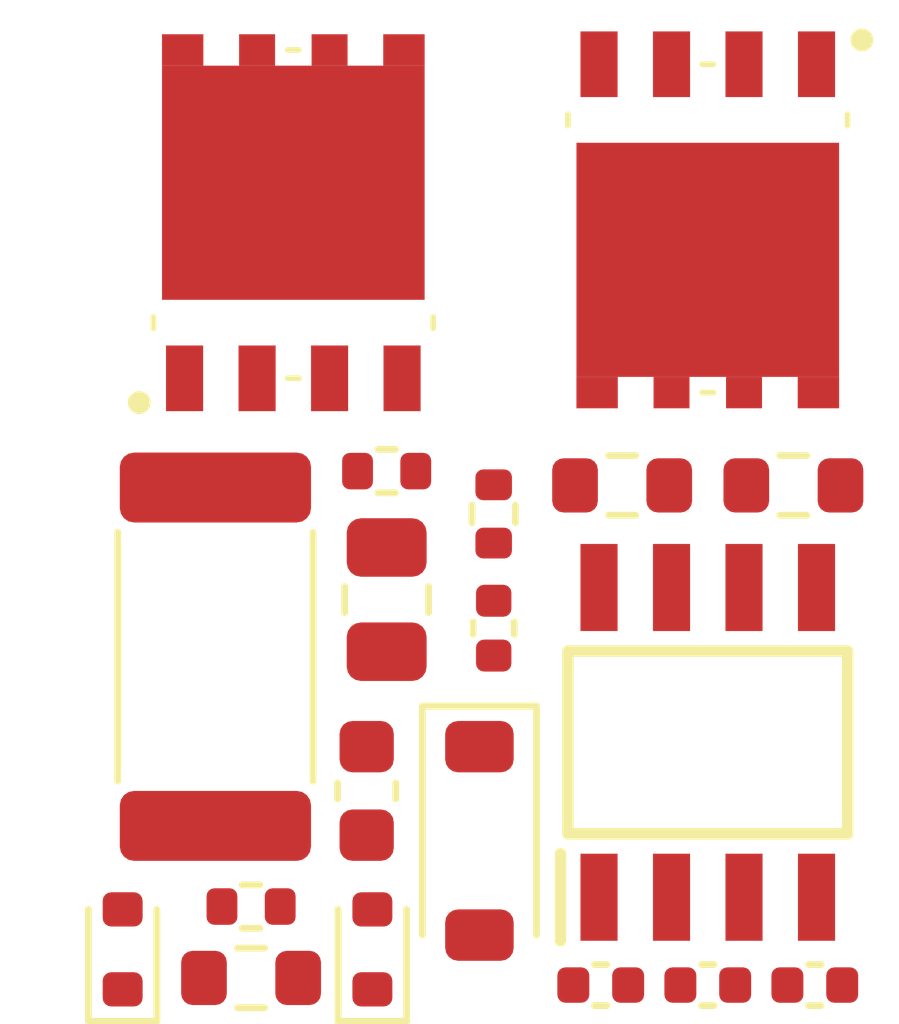
<source format=kicad_pcb>
(kicad_pcb (version 20241229) (generator "pcbnew") (generator_version "9.0")
  (layers (0 "F.Cu" signal) (2 "B.Cu" signal) (13 "F.Paste" user) (15 "B.Paste" user) (5 "F.SilkS" user "F.Silkscreen") (7 "B.SilkS" user "B.Silkscreen") (1 "F.Mask" user) (3 "B.Mask" user) (25 "Edge.Cuts" user))
  (net 0 "")
  (net 1 "U1.BOOT")
  (net 2 "VPLUS")
  (net 3 "HI_GATE")
  (net 4 "LO_GATE")
  (net 5 "D_BEMF")
  (net 6 "RC_NODE")
  (net 7 "LVG")
  (net 8 "TIM_CHN")
  (net 9 "BEMF")
  (net 10 "HVG")
  (net 11 "GND")
  (net 12 "V3V3")
  (net 13 "TIM_CHP")
  (net 14 "VCC")
  (net 15 "VSHUNTP")
  (net 16 "GPIO_BEMF")
  (net 17 "PHASEOUT")
  (footprint "C_0402_1005Metric:C_0402_1005Metric" (layer "F.Cu") (at 159.875 114.875)
    (property "Reference" "C3" (hide yes))
    (property "Value" "100pF 10V" (hide yes))
    (fp_line (start -0.107836 -0.36) (end 0.107836 -0.36) (stroke (width 0.12)) (layer "F.SilkS"))
    (fp_line (start -0.107836 0.36) (end 0.107836 0.36) (stroke (width 0.12)) (layer "F.SilkS"))
    (pad "1" smd roundrect (at -0.48 0) (size 0.56 0.62) (layers "F.Cu" "F.Mask" "F.Paste") (net 13 "TIM_CHP"))
    (pad "2" smd roundrect (at 0.48 0) (size 0.56 0.62) (layers "F.Cu" "F.Mask" "F.Paste") (net 11 "GND"))
  )
  (footprint "R_0402_1005Metric:R_0402_1005Metric" (layer "F.Cu") (at 154.25 105.875 180)
    (property "Reference" "R5" (hide yes))
    (property "Value" "10k" (hide yes))
    (fp_line (start -0.153641 0.38) (end 0.153641 0.38) (stroke (width 0.12)) (layer "F.SilkS"))
    (fp_line (start -0.153641 -0.38) (end 0.153641 -0.38) (stroke (width 0.12)) (layer "F.SilkS"))
    (pad "1" smd roundrect (at -0.51 0 180) (size 0.54 0.64) (layers "F.Cu" "F.Mask" "F.Paste") (net 4 "LO_GATE"))
    (pad "2" smd roundrect (at 0.51 0 180) (size 0.54 0.64) (layers "F.Cu" "F.Mask" "F.Paste") (net 15 "VSHUNTP"))
  )
  (footprint "SOIC127P600X175-8N:SOIC127P600X175-8N" (layer "F.Cu") (at 159.875 110.625 90)
    (property "Reference" "U3" (hide yes))
    (property "Value" "L6387ED" (hide yes))
    (fp_line (start -3.475 -2.58) (end -1.95 -2.58) (stroke (width 0.2)) (layer "F.SilkS"))
    (fp_line (start 1.6 -2.45) (end 1.6 2.45) (stroke (width 0.2)) (layer "F.SilkS"))
    (fp_line (start -1.6 -2.45) (end 1.6 -2.45) (stroke (width 0.2)) (layer "F.SilkS"))
    (fp_line (start 1.6 2.45) (end -1.6 2.45) (stroke (width 0.2)) (layer "F.SilkS"))
    (fp_line (start -1.6 2.45) (end -1.6 -2.45) (stroke (width 0.2)) (layer "F.SilkS"))
    (pad "1" smd rect (at -2.712 -1.905 180) (size 0.65 1.525) (layers "F.Cu" "F.Mask" "F.Paste") (net 8 "TIM_CHN"))
    (pad "2" smd rect (at -2.712 -0.635 180) (size 0.65 1.525) (layers "F.Cu" "F.Mask" "F.Paste") (net 13 "TIM_CHP"))
    (pad "3" smd rect (at -2.712 0.635 180) (size 0.65 1.525) (layers "F.Cu" "F.Mask" "F.Paste") (net 14 "VCC"))
    (pad "4" smd rect (at -2.712 1.905 180) (size 0.65 1.525) (layers "F.Cu" "F.Mask" "F.Paste") (net 11 "GND"))
    (pad "5" smd rect (at 2.712 1.905 180) (size 0.65 1.525) (layers "F.Cu" "F.Mask" "F.Paste") (net 7 "LVG"))
    (pad "6" smd rect (at 2.712 0.635 180) (size 0.65 1.525) (layers "F.Cu" "F.Mask" "F.Paste") (net 17 "PHASEOUT"))
    (pad "7" smd rect (at 2.712 -0.635 180) (size 0.65 1.525) (layers "F.Cu" "F.Mask" "F.Paste") (net 10 "HVG"))
    (pad "8" smd rect (at 2.712 -1.905 180) (size 0.65 1.525) (layers "F.Cu" "F.Mask" "F.Paste") (net 1 "U1.BOOT"))
  )
  (footprint "R_0805_2012Metric:R_0805_2012Metric" (layer "F.Cu") (at 154.25 108.125 -90)
    (property "Reference" "R7" (hide yes))
    (property "Value" "1" (hide yes))
    (fp_line (start -0.227064 0.735) (end 0.227064 0.735) (stroke (width 0.12)) (layer "F.SilkS"))
    (fp_line (start -0.227064 -0.735) (end 0.227064 -0.735) (stroke (width 0.12)) (layer "F.SilkS"))
    (pad "1" smd roundrect (at -0.9125 0 270) (size 1.025 1.4) (layers "F.Cu" "F.Mask" "F.Paste") (roundrect_rratio 0.243902) (net 17 "PHASEOUT"))
    (pad "2" smd roundrect (at 0.9125 0 270) (size 1.025 1.4) (layers "F.Cu" "F.Mask" "F.Paste") (roundrect_rratio 0.243902) (net 6 "RC_NODE"))
  )
  (footprint "C_0402_1005Metric:C_0402_1005Metric" (layer "F.Cu") (at 156.125 108.625 90)
    (property "Reference" "C2" (hide yes))
    (property "Value" "1uF 25V" (hide yes))
    (fp_line (start -0.107836 -0.36) (end 0.107836 -0.36) (stroke (width 0.12)) (layer "F.SilkS"))
    (fp_line (start -0.107836 0.36) (end 0.107836 0.36) (stroke (width 0.12)) (layer "F.SilkS"))
    (pad "1" smd roundrect (at -0.48 0 90) (size 0.56 0.62) (layers "F.Cu" "F.Mask" "F.Paste") (net 1 "U1.BOOT"))
    (pad "2" smd roundrect (at 0.48 0 90) (size 0.56 0.62) (layers "F.Cu" "F.Mask" "F.Paste") (net 17 "PHASEOUT"))
  )
  (footprint "STL140N6F7:STL140N6F7" (layer "F.Cu") (at 152.615 101.375)
    (property "Reference" "U2" (hide yes))
    (property "Value" "STL180N6F7" (hide yes))
    (fp_line (start -2.7 3.2) (end -2.7 3.2) (stroke (width 0.2)) (layer "F.SilkS"))
    (fp_line (start -2.7 3.4) (end -2.7 3.4) (stroke (width 0.2)) (layer "F.SilkS"))
    (fp_line (start -2.45 1.8) (end -2.45 2) (stroke (width 0.1)) (layer "F.SilkS"))
    (fp_line (start -0.1 -2.875) (end 0.1 -2.875) (stroke (width 0.1)) (layer "F.SilkS"))
    (fp_line (start -0.1 2.875) (end 0.1 2.875) (stroke (width 0.1)) (layer "F.SilkS"))
    (fp_line (start 2.45 1.8) (end 2.45 2) (stroke (width 0.1)) (layer "F.SilkS"))
    (fp_arc (start -2.7 3.2) (mid -2.6 3.3) (end -2.7 3.4) (stroke (width 0.2)) (layer "F.SilkS"))
    (fp_arc (start -2.7 3.4) (mid -2.8 3.3) (end -2.7 3.2) (stroke (width 0.2)) (layer "F.SilkS"))
    (pad "1" smd rect (at -1.905 2.875) (size 0.65 1.15) (layers "F.Cu" "F.Mask" "F.Paste") (net 15 "VSHUNTP"))
    (pad "2" smd rect (at -0.635 2.875) (size 0.65 1.15) (layers "F.Cu" "F.Mask" "F.Paste") (net 15 "VSHUNTP"))
    (pad "3" smd rect (at 0.635 2.875) (size 0.65 1.15) (layers "F.Cu" "F.Mask" "F.Paste") (net 15 "VSHUNTP"))
    (pad "4" smd rect (at 1.905 2.875) (size 0.65 1.15) (layers "F.Cu" "F.Mask" "F.Paste") (net 4 "LO_GATE"))
    (pad "5" smd rect (at 1.938 -2.875 90) (size 0.55 0.725) (layers "F.Cu" "F.Mask" "F.Paste") (net 17 "PHASEOUT"))
    (pad "6" smd rect (at 0.635 -2.875 90) (size 0.55 0.63) (layers "F.Cu" "F.Mask" "F.Paste") (net 17 "PHASEOUT"))
    (pad "7" smd rect (at -0.635 -2.875 90) (size 0.55 0.63) (layers "F.Cu" "F.Mask" "F.Paste") (net 17 "PHASEOUT"))
    (pad "8" smd rect (at -1.938 -2.875 90) (size 0.55 0.725) (layers "F.Cu" "F.Mask" "F.Paste") (net 17 "PHASEOUT"))
    (pad "9" smd rect (at 0 -0.55 90) (size 4.1 4.6) (layers "F.Cu" "F.Mask" "F.Paste") (net 17 "PHASEOUT"))
  )
  (footprint "D_SOD-523:D_SOD-523" (layer "F.Cu") (at 149.625 114.25 90)
    (property "Reference" "D2" (hide yes))
    (property "Value" "BAT30KFILM" (hide yes))
    (fp_line (start 0.7 -0.6) (end -1.26 -0.6) (stroke (width 0.12)) (layer "F.SilkS"))
    (fp_line (start -1.26 -0.6) (end -1.26 0.6) (stroke (width 0.12)) (layer "F.SilkS"))
    (fp_line (start 0.7 0.6) (end -1.26 0.6) (stroke (width 0.12)) (layer "F.SilkS"))
    (pad "1" smd roundrect (at -0.7 0 270) (size 0.6 0.7) (layers "F.Cu" "F.Mask" "F.Paste") (net 12 "V3V3"))
    (pad "2" smd roundrect (at 0.7 0 270) (size 0.6 0.7) (layers "F.Cu" "F.Mask" "F.Paste") (net 9 "BEMF"))
  )
  (footprint "C_0603_1608Metric:C_0603_1608Metric" (layer "F.Cu") (at 153.9 111.475 -90)
    (property "Reference" "C1" (hide yes))
    (property "Value" "1nF 100V" (hide yes))
    (fp_line (start -0.14058 0.51) (end 0.14058 0.51) (stroke (width 0.12)) (layer "F.SilkS"))
    (fp_line (start -0.14058 -0.51) (end 0.14058 -0.51) (stroke (width 0.12)) (layer "F.SilkS"))
    (pad "1" smd roundrect (at -0.775 0 270) (size 0.9 0.95) (layers "F.Cu" "F.Mask" "F.Paste") (net 6 "RC_NODE"))
    (pad "2" smd roundrect (at 0.775 0 270) (size 0.9 0.95) (layers "F.Cu" "F.Mask" "F.Paste") (net 11 "GND"))
  )
  (footprint "R_0603_1608Metric:R_0603_1608Metric" (layer "F.Cu") (at 158.375 106.125 180)
    (property "Reference" "R2" (hide yes))
    (property "Value" "33" (hide yes))
    (fp_line (start -0.237258 0.5225) (end 0.237258 0.5225) (stroke (width 0.12)) (layer "F.SilkS"))
    (fp_line (start -0.237258 -0.5225) (end 0.237258 -0.5225) (stroke (width 0.12)) (layer "F.SilkS"))
    (pad "1" smd roundrect (at -0.825 0 180) (size 0.8 0.95) (layers "F.Cu" "F.Mask" "F.Paste") (net 10 "HVG"))
    (pad "2" smd roundrect (at 0.825 0 180) (size 0.8 0.95) (layers "F.Cu" "F.Mask" "F.Paste") (net 3 "HI_GATE"))
  )
  (footprint "R_0402_1005Metric:R_0402_1005Metric" (layer "F.Cu") (at 156.125 106.625 -90)
    (property "Reference" "R3" (hide yes))
    (property "Value" "10k" (hide yes))
    (fp_line (start -0.153641 0.38) (end 0.153641 0.38) (stroke (width 0.12)) (layer "F.SilkS"))
    (fp_line (start -0.153641 -0.38) (end 0.153641 -0.38) (stroke (width 0.12)) (layer "F.SilkS"))
    (pad "1" smd roundrect (at -0.51 0 270) (size 0.54 0.64) (layers "F.Cu" "F.Mask" "F.Paste") (net 3 "HI_GATE"))
    (pad "2" smd roundrect (at 0.51 0 270) (size 0.54 0.64) (layers "F.Cu" "F.Mask" "F.Paste") (net 17 "PHASEOUT"))
  )
  (footprint "C_0402_1005Metric:C_0402_1005Metric" (layer "F.Cu") (at 161.75 114.875)
    (property "Reference" "C5" (hide yes))
    (property "Value" "470nF 16V" (hide yes))
    (fp_line (start -0.107836 -0.36) (end 0.107836 -0.36) (stroke (width 0.12)) (layer "F.SilkS"))
    (fp_line (start -0.107836 0.36) (end 0.107836 0.36) (stroke (width 0.12)) (layer "F.SilkS"))
    (pad "1" smd roundrect (at -0.48 0) (size 0.56 0.62) (layers "F.Cu" "F.Mask" "F.Paste") (net 14 "VCC"))
    (pad "2" smd roundrect (at 0.48 0) (size 0.56 0.62) (layers "F.Cu" "F.Mask" "F.Paste") (net 11 "GND"))
  )
  (footprint "R_2512_6332Metric:R_2512_6332Metric" (layer "F.Cu") (at 151.25 109.125 -90)
    (property "Reference" "R8" (hide yes))
    (property "Value" "3m 1%" (hide yes))
    (fp_line (start -2.177064 1.71) (end 2.177064 1.71) (stroke (width 0.12)) (layer "F.SilkS"))
    (fp_line (start -2.177064 -1.71) (end 2.177064 -1.71) (stroke (width 0.12)) (layer "F.SilkS"))
    (pad "1" smd roundrect (at -2.9625 0 270) (size 1.225 3.35) (layers "F.Cu" "F.Mask" "F.Paste") (roundrect_rratio 0.204082) (net 15 "VSHUNTP"))
    (pad "2" smd roundrect (at 2.9625 0 270) (size 1.225 3.35) (layers "F.Cu" "F.Mask" "F.Paste") (roundrect_rratio 0.204082) (net 11 "GND"))
  )
  (footprint "STL140N6F7:STL140N6F7" (layer "F.Cu") (at 159.875 101.625 180)
    (property "Reference" "U1" (hide yes))
    (property "Value" "STL180N6F7" (hide yes))
    (fp_line (start 2.45 1.8) (end 2.45 2) (stroke (width 0.1)) (layer "F.SilkS"))
    (fp_line (start -0.1 2.875) (end 0.1 2.875) (stroke (width 0.1)) (layer "F.SilkS"))
    (fp_line (start -0.1 -2.875) (end 0.1 -2.875) (stroke (width 0.1)) (layer "F.SilkS"))
    (fp_line (start -2.45 1.8) (end -2.45 2) (stroke (width 0.1)) (layer "F.SilkS"))
    (fp_line (start -2.7 3.4) (end -2.7 3.4) (stroke (width 0.2)) (layer "F.SilkS"))
    (fp_line (start -2.7 3.2) (end -2.7 3.2) (stroke (width 0.2)) (layer "F.SilkS"))
    (fp_arc (start -2.7 3.4) (mid -2.8 3.3) (end -2.7 3.2) (stroke (width 0.2)) (layer "F.SilkS"))
    (fp_arc (start -2.7 3.2) (mid -2.6 3.3) (end -2.7 3.4) (stroke (width 0.2)) (layer "F.SilkS"))
    (pad "1" smd rect (at -1.905 2.875 180) (size 0.65 1.15) (layers "F.Cu" "F.Mask" "F.Paste") (net 17 "PHASEOUT"))
    (pad "2" smd rect (at -0.635 2.875 180) (size 0.65 1.15) (layers "F.Cu" "F.Mask" "F.Paste") (net 17 "PHASEOUT"))
    (pad "3" smd rect (at 0.635 2.875 180) (size 0.65 1.15) (layers "F.Cu" "F.Mask" "F.Paste") (net 17 "PHASEOUT"))
    (pad "4" smd rect (at 1.905 2.875 180) (size 0.65 1.15) (layers "F.Cu" "F.Mask" "F.Paste") (net 3 "HI_GATE"))
    (pad "5" smd rect (at 1.938 -2.875 270) (size 0.55 0.725) (layers "F.Cu" "F.Mask" "F.Paste") (net 2 "VPLUS"))
    (pad "6" smd rect (at 0.635 -2.875 270) (size 0.55 0.63) (layers "F.Cu" "F.Mask" "F.Paste") (net 2 "VPLUS"))
    (pad "7" smd rect (at -0.635 -2.875 270) (size 0.55 0.63) (layers "F.Cu" "F.Mask" "F.Paste") (net 2 "VPLUS"))
    (pad "8" smd rect (at -1.938 -2.875 270) (size 0.55 0.725) (layers "F.Cu" "F.Mask" "F.Paste") (net 2 "VPLUS"))
    (pad "9" smd rect (at 0 -0.55 270) (size 4.1 4.6) (layers "F.Cu" "F.Mask" "F.Paste") (net 2 "VPLUS"))
  )
  (footprint "C_0402_1005Metric:C_0402_1005Metric" (layer "F.Cu") (at 158 114.875)
    (property "Reference" "C4" (hide yes))
    (property "Value" "100pF 10V" (hide yes))
    (fp_line (start -0.107836 -0.36) (end 0.107836 -0.36) (stroke (width 0.12)) (layer "F.SilkS"))
    (fp_line (start -0.107836 0.36) (end 0.107836 0.36) (stroke (width 0.12)) (layer "F.SilkS"))
    (pad "1" smd roundrect (at -0.48 0) (size 0.56 0.62) (layers "F.Cu" "F.Mask" "F.Paste") (net 8 "TIM_CHN"))
    (pad "2" smd roundrect (at 0.48 0) (size 0.56 0.62) (layers "F.Cu" "F.Mask" "F.Paste") (net 11 "GND"))
  )
  (footprint "D_SOD-123:D_SOD-123" (layer "F.Cu") (at 155.875 112.35 -90)
    (property "Reference" "D3" (hide yes))
    (property "Value" "STPS0560Z" (hide yes))
    (fp_line (start -2.36 1) (end 1.65 1) (stroke (width 0.12)) (layer "F.SilkS"))
    (fp_line (start -2.36 -1) (end -2.36 1) (stroke (width 0.12)) (layer "F.SilkS"))
    (fp_line (start -2.36 -1) (end 1.65 -1) (stroke (width 0.12)) (layer "F.SilkS"))
    (pad "1" smd roundrect (at -1.65 0 270) (size 0.9 1.2) (layers "F.Cu" "F.Mask" "F.Paste") (net 1 "U1.BOOT"))
    (pad "2" smd roundrect (at 1.65 0 270) (size 0.9 1.2) (layers "F.Cu" "F.Mask" "F.Paste") (net 14 "VCC"))
  )
  (footprint "D_SOD-523:D_SOD-523" (layer "F.Cu") (at 154 114.25 90)
    (property "Reference" "D1" (hide yes))
    (property "Value" "BAT30KFILM" (hide yes))
    (fp_line (start 0.7 -0.6) (end -1.26 -0.6) (stroke (width 0.12)) (layer "F.SilkS"))
    (fp_line (start -1.26 -0.6) (end -1.26 0.6) (stroke (width 0.12)) (layer "F.SilkS"))
    (fp_line (start 0.7 0.6) (end -1.26 0.6) (stroke (width 0.12)) (layer "F.SilkS"))
    (pad "1" smd roundrect (at -0.7 0 270) (size 0.6 0.7) (layers "F.Cu" "F.Mask" "F.Paste") (net 16 "GPIO_BEMF"))
    (pad "2" smd roundrect (at 0.7 0 270) (size 0.6 0.7) (layers "F.Cu" "F.Mask" "F.Paste") (net 5 "D_BEMF"))
  )
  (footprint "R_0402_1005Metric:R_0402_1005Metric" (layer "F.Cu") (at 151.875 113.5 180)
    (property "Reference" "R1" (hide yes))
    (property "Value" "2.2k" (hide yes))
    (fp_line (start -0.153641 0.38) (end 0.153641 0.38) (stroke (width 0.12)) (layer "F.SilkS"))
    (fp_line (start -0.153641 -0.38) (end 0.153641 -0.38) (stroke (width 0.12)) (layer "F.SilkS"))
    (pad "1" smd roundrect (at -0.51 0 180) (size 0.54 0.64) (layers "F.Cu" "F.Mask" "F.Paste") (net 5 "D_BEMF"))
    (pad "2" smd roundrect (at 0.51 0 180) (size 0.54 0.64) (layers "F.Cu" "F.Mask" "F.Paste") (net 9 "BEMF"))
  )
  (footprint "R_0603_1608Metric:R_0603_1608Metric" (layer "F.Cu") (at 151.875 114.75 180)
    (property "Reference" "R6" (hide yes))
    (property "Value" "10k" (hide yes))
    (fp_line (start -0.237258 0.5225) (end 0.237258 0.5225) (stroke (width 0.12)) (layer "F.SilkS"))
    (fp_line (start -0.237258 -0.5225) (end 0.237258 -0.5225) (stroke (width 0.12)) (layer "F.SilkS"))
    (pad "1" smd roundrect (at -0.825 0 180) (size 0.8 0.95) (layers "F.Cu" "F.Mask" "F.Paste") (net 17 "PHASEOUT"))
    (pad "2" smd roundrect (at 0.825 0 180) (size 0.8 0.95) (layers "F.Cu" "F.Mask" "F.Paste") (net 9 "BEMF"))
  )
  (footprint "R_0603_1608Metric:R_0603_1608Metric" (layer "F.Cu") (at 161.375 106.125)
    (property "Reference" "R4" (hide yes))
    (property "Value" "33" (hide yes))
    (fp_line (start -0.237258 -0.5225) (end 0.237258 -0.5225) (stroke (width 0.12)) (layer "F.SilkS"))
    (fp_line (start -0.237258 0.5225) (end 0.237258 0.5225) (stroke (width 0.12)) (layer "F.SilkS"))
    (pad "1" smd roundrect (at -0.825 0) (size 0.8 0.95) (layers "F.Cu" "F.Mask" "F.Paste") (net 7 "LVG"))
    (pad "2" smd roundrect (at 0.825 0) (size 0.8 0.95) (layers "F.Cu" "F.Mask" "F.Paste") (net 4 "LO_GATE"))
  )
)
</source>
